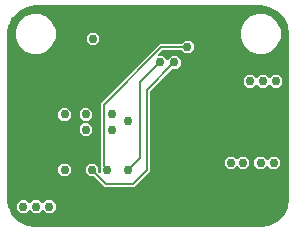
<source format=gbr>
G04 EAGLE Gerber RS-274X export*
G75*
%MOMM*%
%FSLAX34Y34*%
%LPD*%
%INCopper Layer 15*%
%IPPOS*%
%AMOC8*
5,1,8,0,0,1.08239X$1,22.5*%
G01*
G04 Define Apertures*
%ADD10C,0.756400*%
%ADD11C,0.203200*%
G36*
X216019Y1279D02*
X215900Y1270D01*
X25400Y1270D01*
X25281Y1279D01*
X18060Y2423D01*
X17833Y2497D01*
X11319Y5816D01*
X11126Y5956D01*
X5956Y11126D01*
X5816Y11319D01*
X2497Y17833D01*
X2423Y18060D01*
X1279Y25281D01*
X1270Y25400D01*
X1270Y165100D01*
X1279Y165219D01*
X2423Y172440D01*
X2497Y172667D01*
X5816Y179181D01*
X5956Y179374D01*
X11126Y184544D01*
X11319Y184684D01*
X17833Y188003D01*
X18060Y188077D01*
X25281Y189221D01*
X25400Y189230D01*
X215900Y189230D01*
X216019Y189221D01*
X223240Y188077D01*
X223467Y188003D01*
X229981Y184684D01*
X230174Y184544D01*
X235344Y179374D01*
X235484Y179181D01*
X238803Y172667D01*
X238877Y172440D01*
X240021Y165219D01*
X240030Y165100D01*
X240030Y25400D01*
X240021Y25281D01*
X238877Y18060D01*
X238803Y17833D01*
X235484Y11319D01*
X235344Y11126D01*
X230174Y5956D01*
X229981Y5816D01*
X223467Y2497D01*
X223240Y2423D01*
X216019Y1279D01*
G37*
%LPC*%
G36*
X212540Y148209D02*
X219260Y148209D01*
X225468Y150781D01*
X230220Y155532D01*
X232791Y161740D01*
X232791Y168460D01*
X230220Y174668D01*
X225468Y179420D01*
X219260Y181991D01*
X212540Y181991D01*
X206332Y179420D01*
X201581Y174668D01*
X199009Y168460D01*
X199009Y161740D01*
X201581Y155532D01*
X206332Y150781D01*
X212540Y148209D01*
G37*
G36*
X22040Y148209D02*
X28760Y148209D01*
X34968Y150781D01*
X39720Y155532D01*
X42291Y161740D01*
X42291Y168460D01*
X39720Y174668D01*
X34968Y179420D01*
X28760Y181991D01*
X22040Y181991D01*
X15832Y179420D01*
X11081Y174668D01*
X8509Y168460D01*
X8509Y161740D01*
X11081Y155532D01*
X15832Y150781D01*
X22040Y148209D01*
G37*
G36*
X71802Y155694D02*
X76198Y155694D01*
X79306Y158802D01*
X79306Y163198D01*
X76198Y166306D01*
X71802Y166306D01*
X68694Y163198D01*
X68694Y158802D01*
X71802Y155694D01*
G37*
G36*
X83948Y35460D02*
X109052Y35460D01*
X122540Y48948D01*
X122540Y116632D01*
X122596Y116918D01*
X122763Y117171D01*
X141063Y135471D01*
X141305Y135634D01*
X141602Y135694D01*
X145198Y135694D01*
X148306Y138802D01*
X148306Y143198D01*
X145198Y146306D01*
X140802Y146306D01*
X137539Y143043D01*
X137308Y142885D01*
X137012Y142820D01*
X136714Y142875D01*
X136461Y143043D01*
X133198Y146306D01*
X129738Y146306D01*
X129474Y146353D01*
X129216Y146512D01*
X129041Y146760D01*
X128976Y147056D01*
X129031Y147354D01*
X129199Y147607D01*
X132829Y151237D01*
X133071Y151400D01*
X133368Y151460D01*
X148721Y151460D01*
X149007Y151404D01*
X149259Y151237D01*
X151802Y148694D01*
X156198Y148694D01*
X159306Y151802D01*
X159306Y156198D01*
X156198Y159306D01*
X151802Y159306D01*
X149259Y156763D01*
X149018Y156600D01*
X148721Y156540D01*
X130948Y156540D01*
X80460Y106052D01*
X80460Y51948D01*
X80471Y51937D01*
X80634Y51696D01*
X80694Y51398D01*
X80694Y47738D01*
X80647Y47474D01*
X80488Y47216D01*
X80240Y47041D01*
X79944Y46976D01*
X79646Y47031D01*
X79393Y47199D01*
X78529Y48063D01*
X78366Y48305D01*
X78306Y48602D01*
X78306Y52198D01*
X75198Y55306D01*
X70802Y55306D01*
X67694Y52198D01*
X67694Y47802D01*
X70802Y44694D01*
X74398Y44694D01*
X74684Y44638D01*
X74937Y44471D01*
X83948Y35460D01*
G37*
G36*
X204802Y119694D02*
X209198Y119694D01*
X211961Y122457D01*
X212192Y122615D01*
X212488Y122680D01*
X212786Y122625D01*
X213039Y122457D01*
X215802Y119694D01*
X220198Y119694D01*
X222961Y122457D01*
X223192Y122615D01*
X223488Y122680D01*
X223786Y122625D01*
X224039Y122457D01*
X226802Y119694D01*
X231198Y119694D01*
X234306Y122802D01*
X234306Y127198D01*
X231198Y130306D01*
X226802Y130306D01*
X224039Y127543D01*
X223808Y127385D01*
X223512Y127320D01*
X223214Y127375D01*
X222961Y127543D01*
X220198Y130306D01*
X215802Y130306D01*
X213039Y127543D01*
X212808Y127385D01*
X212512Y127320D01*
X212214Y127375D01*
X211961Y127543D01*
X209198Y130306D01*
X204802Y130306D01*
X201694Y127198D01*
X201694Y122802D01*
X204802Y119694D01*
G37*
G36*
X65802Y91694D02*
X70198Y91694D01*
X73306Y94802D01*
X73306Y99198D01*
X70198Y102306D01*
X65802Y102306D01*
X62694Y99198D01*
X62694Y94802D01*
X65802Y91694D01*
G37*
G36*
X47802Y91694D02*
X52198Y91694D01*
X55306Y94802D01*
X55306Y99198D01*
X52198Y102306D01*
X47802Y102306D01*
X44694Y99198D01*
X44694Y94802D01*
X47802Y91694D01*
G37*
G36*
X65802Y78694D02*
X70198Y78694D01*
X73306Y81802D01*
X73306Y86198D01*
X70198Y89306D01*
X65802Y89306D01*
X62694Y86198D01*
X62694Y81802D01*
X65802Y78694D01*
G37*
G36*
X213802Y50694D02*
X218198Y50694D01*
X220961Y53457D01*
X221192Y53615D01*
X221488Y53680D01*
X221786Y53625D01*
X222039Y53457D01*
X224802Y50694D01*
X229198Y50694D01*
X232306Y53802D01*
X232306Y58198D01*
X229198Y61306D01*
X224802Y61306D01*
X222039Y58543D01*
X221808Y58385D01*
X221512Y58320D01*
X221214Y58375D01*
X220961Y58543D01*
X218198Y61306D01*
X213802Y61306D01*
X210694Y58198D01*
X210694Y53802D01*
X213802Y50694D01*
G37*
G36*
X188802Y50694D02*
X193198Y50694D01*
X195461Y52957D01*
X195692Y53115D01*
X195988Y53180D01*
X196286Y53125D01*
X196539Y52957D01*
X198802Y50694D01*
X203198Y50694D01*
X206306Y53802D01*
X206306Y58198D01*
X203198Y61306D01*
X198802Y61306D01*
X196539Y59043D01*
X196308Y58885D01*
X196012Y58820D01*
X195714Y58875D01*
X195461Y59043D01*
X193198Y61306D01*
X188802Y61306D01*
X185694Y58198D01*
X185694Y53802D01*
X188802Y50694D01*
G37*
G36*
X47802Y44694D02*
X52198Y44694D01*
X55306Y47802D01*
X55306Y52198D01*
X52198Y55306D01*
X47802Y55306D01*
X44694Y52198D01*
X44694Y47802D01*
X47802Y44694D01*
G37*
G36*
X12802Y13694D02*
X17198Y13694D01*
X19961Y16457D01*
X20192Y16615D01*
X20488Y16680D01*
X20786Y16625D01*
X21039Y16457D01*
X23802Y13694D01*
X28198Y13694D01*
X30961Y16457D01*
X31192Y16615D01*
X31488Y16680D01*
X31786Y16625D01*
X32039Y16457D01*
X34802Y13694D01*
X39198Y13694D01*
X42306Y16802D01*
X42306Y21198D01*
X39198Y24306D01*
X34802Y24306D01*
X32039Y21543D01*
X31808Y21385D01*
X31512Y21320D01*
X31214Y21375D01*
X30961Y21543D01*
X28198Y24306D01*
X23802Y24306D01*
X21039Y21543D01*
X20808Y21385D01*
X20512Y21320D01*
X20214Y21375D01*
X19961Y21543D01*
X17198Y24306D01*
X12802Y24306D01*
X9694Y21198D01*
X9694Y16802D01*
X12802Y13694D01*
G37*
%LPD*%
D10*
X216000Y56000D03*
X227000Y56000D03*
X207000Y125000D03*
X218000Y125000D03*
X229000Y125000D03*
X15000Y19000D03*
X26000Y19000D03*
X37000Y19000D03*
X191000Y56000D03*
X90000Y84000D03*
X201000Y56000D03*
X104000Y91068D03*
X50000Y50000D03*
X74000Y161000D03*
X131000Y141000D03*
D11*
X114000Y124000D01*
X114000Y60000D01*
X104000Y50000D01*
D10*
X104000Y50000D03*
X73000Y50000D03*
X143000Y141000D03*
D11*
X73000Y50000D02*
X85000Y38000D01*
X108000Y38000D01*
X120000Y50000D01*
X120000Y118000D01*
X143000Y141000D01*
D10*
X154000Y154000D03*
D11*
X132000Y154000D01*
X83000Y105000D01*
X83000Y53000D01*
X86000Y50000D01*
D10*
X86000Y50000D03*
X191000Y107000D03*
X204000Y107000D03*
X191000Y89000D03*
X204000Y89000D03*
X15000Y33000D03*
X59000Y14000D03*
X69000Y141000D03*
X85000Y141000D03*
X74000Y179000D03*
X177000Y179000D03*
X68000Y97000D03*
X68000Y84000D03*
X50000Y97000D03*
X90000Y97000D03*
M02*

</source>
